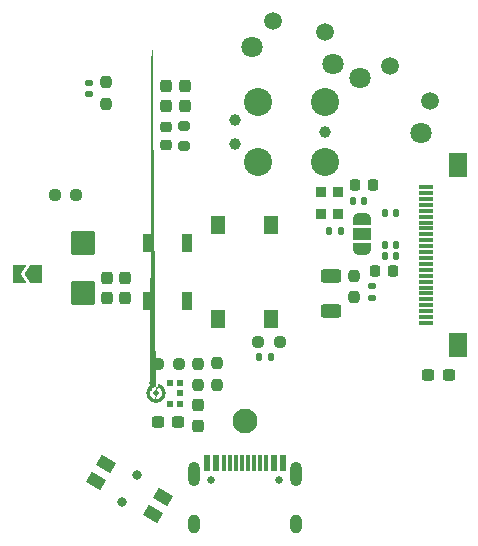
<source format=gbr>
%TF.GenerationSoftware,KiCad,Pcbnew,8.0.7*%
%TF.CreationDate,2025-01-14T11:40:34+01:00*%
%TF.ProjectId,test,74657374-2e6b-4696-9361-645f70636258,rev?*%
%TF.SameCoordinates,PX517370cPY341b1c8*%
%TF.FileFunction,Soldermask,Top*%
%TF.FilePolarity,Negative*%
%FSLAX46Y46*%
G04 Gerber Fmt 4.6, Leading zero omitted, Abs format (unit mm)*
G04 Created by KiCad (PCBNEW 8.0.7) date 2025-01-14 11:40:34*
%MOMM*%
%LPD*%
G01*
G04 APERTURE LIST*
G04 Aperture macros list*
%AMRoundRect*
0 Rectangle with rounded corners*
0 $1 Rounding radius*
0 $2 $3 $4 $5 $6 $7 $8 $9 X,Y pos of 4 corners*
0 Add a 4 corners polygon primitive as box body*
4,1,4,$2,$3,$4,$5,$6,$7,$8,$9,$2,$3,0*
0 Add four circle primitives for the rounded corners*
1,1,$1+$1,$2,$3*
1,1,$1+$1,$4,$5*
1,1,$1+$1,$6,$7*
1,1,$1+$1,$8,$9*
0 Add four rect primitives between the rounded corners*
20,1,$1+$1,$2,$3,$4,$5,0*
20,1,$1+$1,$4,$5,$6,$7,0*
20,1,$1+$1,$6,$7,$8,$9,0*
20,1,$1+$1,$8,$9,$2,$3,0*%
%AMRotRect*
0 Rectangle, with rotation*
0 The origin of the aperture is its center*
0 $1 length*
0 $2 width*
0 $3 Rotation angle, in degrees counterclockwise*
0 Add horizontal line*
21,1,$1,$2,0,0,$3*%
%AMFreePoly0*
4,1,19,0.550000,-0.750000,0.000000,-0.750000,0.000000,-0.744911,-0.071157,-0.744911,-0.207708,-0.704816,-0.327430,-0.627875,-0.420627,-0.520320,-0.479746,-0.390866,-0.500000,-0.250000,-0.500000,0.250000,-0.479746,0.390866,-0.420627,0.520320,-0.327430,0.627875,-0.207708,0.704816,-0.071157,0.744911,0.000000,0.744911,0.000000,0.750000,0.550000,0.750000,0.550000,-0.750000,0.550000,-0.750000,
$1*%
%AMFreePoly1*
4,1,19,0.000000,0.744911,0.071157,0.744911,0.207708,0.704816,0.327430,0.627875,0.420627,0.520320,0.479746,0.390866,0.500000,0.250000,0.500000,-0.250000,0.479746,-0.390866,0.420627,-0.520320,0.327430,-0.627875,0.207708,-0.704816,0.071157,-0.744911,0.000000,-0.744911,0.000000,-0.750000,-0.550000,-0.750000,-0.550000,0.750000,0.000000,0.750000,0.000000,0.744911,0.000000,0.744911,
$1*%
%AMFreePoly2*
4,1,53,0.180798,1.454629,0.352531,1.394537,0.506585,1.297738,0.635238,1.169085,0.732037,1.015031,0.792129,0.843298,0.812500,0.662500,0.792129,0.481702,0.732037,0.309969,0.635238,0.155915,0.506585,0.027262,0.352531,-0.069537,0.180798,-0.129629,0.000000,-0.150000,-0.180798,-0.129629,-0.352531,-0.069537,-0.506585,0.027262,-0.635238,0.155915,-0.732037,0.309969,-0.792129,0.481702,
-0.812500,0.662500,-0.517770,0.662500,-0.496797,0.516627,-0.435576,0.382572,-0.339067,0.271196,-0.215089,0.191520,-0.073686,0.150000,0.073686,0.150000,0.215089,0.191520,0.339067,0.271196,0.435576,0.382572,0.496797,0.516627,0.517770,0.662500,0.496797,0.808373,0.435576,0.942428,0.339067,1.053804,0.215089,1.133480,0.073686,1.175000,-0.073686,1.175000,-0.215089,1.133480,
-0.339067,1.053804,-0.435576,0.942428,-0.496797,0.808373,-0.517770,0.662500,-0.812500,0.662500,-0.792129,0.843298,-0.732037,1.015031,-0.635238,1.169085,-0.506585,1.297738,-0.352531,1.394537,-0.180798,1.454629,0.000000,1.475000,0.180798,1.454629,0.180798,1.454629,$1*%
%AMFreePoly3*
4,1,6,1.000000,0.000000,0.500000,-0.750000,-0.500000,-0.750000,-0.500000,0.750000,0.500000,0.750000,1.000000,0.000000,1.000000,0.000000,$1*%
%AMFreePoly4*
4,1,6,0.500000,-0.750000,-0.650000,-0.750000,-0.150000,0.000000,-0.650000,0.750000,0.500000,0.750000,0.500000,-0.750000,0.500000,-0.750000,$1*%
G04 Aperture macros list end*
%ADD10FreePoly0,270.000000*%
%ADD11R,1.500000X1.000000*%
%ADD12FreePoly1,270.000000*%
%ADD13R,0.900000X1.500000*%
%ADD14RoundRect,0.237500X0.237500X-0.300000X0.237500X0.300000X-0.237500X0.300000X-0.237500X-0.300000X0*%
%ADD15RoundRect,0.140000X-0.140000X-0.170000X0.140000X-0.170000X0.140000X0.170000X-0.140000X0.170000X0*%
%ADD16RotRect,1.400000X1.000000X330.000000*%
%ADD17C,0.800000*%
%ADD18RoundRect,0.200000X0.275000X-0.200000X0.275000X0.200000X-0.275000X0.200000X-0.275000X-0.200000X0*%
%ADD19RoundRect,0.237500X-0.250000X-0.237500X0.250000X-0.237500X0.250000X0.237500X-0.250000X0.237500X0*%
%ADD20R,1.300000X1.550000*%
%ADD21RoundRect,0.237500X0.300000X0.237500X-0.300000X0.237500X-0.300000X-0.237500X0.300000X-0.237500X0*%
%ADD22RoundRect,0.225000X-0.250000X0.225000X-0.250000X-0.225000X0.250000X-0.225000X0.250000X0.225000X0*%
%ADD23C,0.500000*%
%ADD24R,0.522000X0.600000*%
%ADD25FreePoly2,0.000000*%
%ADD26RoundRect,0.237500X0.237500X-0.250000X0.237500X0.250000X-0.237500X0.250000X-0.237500X-0.250000X0*%
%ADD27RoundRect,0.237500X-0.237500X0.300000X-0.237500X-0.300000X0.237500X-0.300000X0.237500X0.300000X0*%
%ADD28C,1.803400*%
%ADD29C,1.498600*%
%ADD30R,1.300000X0.300000*%
%ADD31R,1.600000X2.000000*%
%ADD32RoundRect,0.140000X0.140000X0.170000X-0.140000X0.170000X-0.140000X-0.170000X0.140000X-0.170000X0*%
%ADD33RoundRect,0.225000X0.225000X0.250000X-0.225000X0.250000X-0.225000X-0.250000X0.225000X-0.250000X0*%
%ADD34C,2.100000*%
%ADD35RoundRect,0.250000X0.625000X-0.312500X0.625000X0.312500X-0.625000X0.312500X-0.625000X-0.312500X0*%
%ADD36RoundRect,0.225000X-0.225000X-0.250000X0.225000X-0.250000X0.225000X0.250000X-0.225000X0.250000X0*%
%ADD37RoundRect,0.040000X-0.360000X0.410000X-0.360000X-0.410000X0.360000X-0.410000X0.360000X0.410000X0*%
%ADD38RoundRect,0.140000X-0.170000X0.140000X-0.170000X-0.140000X0.170000X-0.140000X0.170000X0.140000X0*%
%ADD39FreePoly3,180.000000*%
%ADD40FreePoly4,180.000000*%
%ADD41RoundRect,0.237500X-0.237500X0.250000X-0.237500X-0.250000X0.237500X-0.250000X0.237500X0.250000X0*%
%ADD42O,1.000000X2.100000*%
%ADD43O,1.000000X1.600000*%
%ADD44C,0.650000*%
%ADD45R,0.600000X1.450000*%
%ADD46R,0.300000X1.450000*%
%ADD47RoundRect,0.237500X0.250000X0.237500X-0.250000X0.237500X-0.250000X-0.237500X0.250000X-0.237500X0*%
%ADD48RoundRect,0.100000X-0.900000X0.900000X-0.900000X-0.900000X0.900000X-0.900000X0.900000X0.900000X0*%
%ADD49C,2.374900*%
%ADD50C,0.990600*%
G04 APERTURE END LIST*
D10*
%TO.C,JP1*%
X9940000Y4560000D03*
D11*
X9940000Y3260000D03*
D12*
X9940000Y1960000D03*
%TD*%
D13*
%TO.C,D4*%
X-8215000Y-2440000D03*
X-4915000Y-2440000D03*
X-4915000Y2460000D03*
X-8215000Y2460000D03*
%TD*%
D14*
%TO.C,C2*%
X-6680000Y14097500D03*
X-6680000Y15822500D03*
%TD*%
D15*
%TO.C,C30*%
X1230000Y-7170000D03*
X2190000Y-7170000D03*
%TD*%
D16*
%TO.C,SW4*%
X-11789872Y-16217547D03*
X-12639871Y-17689790D03*
D17*
X-9115000Y-17184535D03*
X-10415000Y-19436201D03*
D16*
X-6940128Y-19017547D03*
X-7790129Y-20489791D03*
%TD*%
D18*
%TO.C,R1*%
X-5130000Y10725000D03*
X-5130000Y12375000D03*
%TD*%
D19*
%TO.C,R2*%
X-7392500Y-7750000D03*
X-5567500Y-7750000D03*
%TD*%
D20*
%TO.C,SW5*%
X-2250000Y3975000D03*
X2250000Y3975000D03*
X2250000Y-3975000D03*
X-2250000Y-3975000D03*
%TD*%
D21*
%TO.C,C21*%
X17240000Y-8680000D03*
X15515000Y-8680000D03*
%TD*%
D22*
%TO.C,C1*%
X-6700000Y12325000D03*
X-6700000Y10775000D03*
%TD*%
D23*
%TO.C,MK2*%
X-7552000Y-10230000D03*
D24*
X-5478000Y-9330000D03*
X-6300000Y-9330000D03*
D25*
X-7552000Y-10892500D03*
D24*
X-6300000Y-11130000D03*
X-5478000Y-11130000D03*
X-5478000Y-10230000D03*
%TD*%
D21*
%TO.C,C4*%
X-5637500Y-12690000D03*
X-7362500Y-12690000D03*
%TD*%
D26*
%TO.C,R12*%
X-11780000Y14257500D03*
X-11780000Y16082500D03*
%TD*%
D15*
%TO.C,C29*%
X9110000Y6080000D03*
X10070000Y6080000D03*
%TD*%
D27*
%TO.C,C26*%
X-11670000Y-455000D03*
X-11670000Y-2180000D03*
%TD*%
D28*
%TO.C,SW2*%
X14927083Y11787951D03*
X9717637Y16478557D03*
D29*
X15660772Y14478363D03*
X12316619Y17489452D03*
%TD*%
D30*
%TO.C,U3*%
X15330000Y-4280000D03*
X15330000Y-3780000D03*
X15330000Y-3280000D03*
X15330000Y-2780000D03*
X15330000Y-2280000D03*
X15330000Y-1780000D03*
X15330000Y-1280000D03*
X15330000Y-780000D03*
X15330000Y-280000D03*
X15330000Y220000D03*
X15330000Y720000D03*
X15330000Y1220000D03*
X15330000Y1720000D03*
X15330000Y2220000D03*
X15330000Y2720000D03*
X15330000Y3220000D03*
X15330000Y3720000D03*
X15330000Y4220000D03*
X15330000Y4720000D03*
X15330000Y5220000D03*
X15330000Y5720000D03*
X15330000Y6220000D03*
X15330000Y6720000D03*
X15330000Y7220000D03*
D31*
X18010000Y-6130000D03*
X18010000Y9070000D03*
%TD*%
D32*
%TO.C,C33*%
X8120000Y3538000D03*
X7160000Y3538000D03*
%TD*%
D33*
%TO.C,C23*%
X10855000Y7440000D03*
X9305000Y7440000D03*
%TD*%
D19*
%TO.C,R10*%
X-16092500Y6530000D03*
X-14267500Y6530000D03*
%TD*%
D26*
%TO.C,R3*%
X-3949500Y-9552500D03*
X-3949500Y-7727500D03*
%TD*%
D27*
%TO.C,C25*%
X-10120000Y-437500D03*
X-10120000Y-2162500D03*
%TD*%
D34*
%TO.C,REF\u002A\u002A*%
X0Y-12540000D03*
%TD*%
D32*
%TO.C,C31*%
X11870000Y1390000D03*
X12830000Y1390000D03*
%TD*%
D35*
%TO.C,NC3*%
X7257500Y-3264500D03*
X7257500Y-339500D03*
%TD*%
D14*
%TO.C,C3*%
X-5110000Y14097500D03*
X-5110000Y15822500D03*
%TD*%
D36*
%TO.C,C24*%
X11012500Y148000D03*
X12562500Y148000D03*
%TD*%
D37*
%TO.C,U4*%
X6420000Y6790000D03*
X6420000Y4940000D03*
X7870000Y4940000D03*
X7870000Y6790000D03*
%TD*%
D38*
%TO.C,C13*%
X10740000Y-1190000D03*
X10740000Y-2150000D03*
%TD*%
D39*
%TO.C,JP3*%
X-17670000Y-100000D03*
D40*
X-19120000Y-100000D03*
%TD*%
D41*
%TO.C,R4*%
X-2359500Y-7707500D03*
X-2359500Y-9532500D03*
%TD*%
D42*
%TO.C,P1*%
X-4320000Y-17080000D03*
D43*
X-4320000Y-21260000D03*
D44*
X-2890000Y-17610000D03*
X2890000Y-17610000D03*
D42*
X4320000Y-17080000D03*
D45*
X-3250000Y-16165000D03*
X-2450000Y-16165000D03*
D46*
X-1250000Y-16165000D03*
X-250000Y-16165000D03*
X250000Y-16165000D03*
X1250000Y-16165000D03*
D45*
X2450000Y-16165000D03*
X3250000Y-16165000D03*
X3250000Y-16165000D03*
X2450000Y-16165000D03*
D46*
X1750000Y-16165000D03*
X750000Y-16165000D03*
X-750000Y-16165000D03*
X-1750000Y-16165000D03*
D45*
X-2450000Y-16165000D03*
X-3250000Y-16165000D03*
D43*
X4320000Y-21260000D03*
%TD*%
D38*
%TO.C,C27*%
X-13170000Y16050000D03*
X-13170000Y15090000D03*
%TD*%
D27*
%TO.C,C5*%
X-3939500Y-11257500D03*
X-3939500Y-12982500D03*
%TD*%
D28*
%TO.C,SW1*%
X7456432Y17622643D03*
X599616Y19080103D03*
D29*
X6746619Y20319452D03*
X2344953Y21255056D03*
%TD*%
D32*
%TO.C,C9*%
X12830000Y5000000D03*
X11870000Y5000000D03*
%TD*%
D47*
%TO.C,R15*%
X2965000Y-5860000D03*
X1140000Y-5860000D03*
%TD*%
D48*
%TO.C,3v3J2*%
X-13710000Y2516100D03*
X-13710000Y-1751100D03*
%TD*%
D32*
%TO.C,C10*%
X12820000Y2360000D03*
X11860000Y2360000D03*
%TD*%
D26*
%TO.C,R7*%
X9250000Y-2105000D03*
X9250000Y-280000D03*
%TD*%
D49*
%TO.C,J2*%
X6820000Y9360000D03*
D50*
X6820000Y11900000D03*
D49*
X6820000Y14440000D03*
X1105000Y9360000D03*
X1105000Y14440000D03*
D50*
X-800000Y10885000D03*
X-800000Y12915000D03*
%TD*%
M02*

</source>
